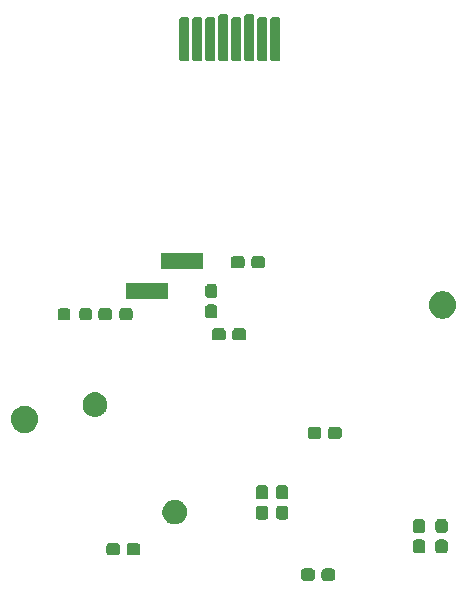
<source format=gbr>
%TF.GenerationSoftware,KiCad,Pcbnew,9.0.2*%
%TF.CreationDate,2025-06-22T16:31:42+02:00*%
%TF.ProjectId,Board,426f6172-642e-46b6-9963-61645f706362,rev?*%
%TF.SameCoordinates,Original*%
%TF.FileFunction,Soldermask,Top*%
%TF.FilePolarity,Negative*%
%FSLAX46Y46*%
G04 Gerber Fmt 4.6, Leading zero omitted, Abs format (unit mm)*
G04 Created by KiCad (PCBNEW 9.0.2) date 2025-06-22 16:31:42*
%MOMM*%
%LPD*%
G01*
G04 APERTURE LIST*
G04 APERTURE END LIST*
G36*
X94253323Y-93032637D02*
G01*
X94257336Y-93034408D01*
X94261302Y-93034931D01*
X94310889Y-93058054D01*
X94349977Y-93075313D01*
X94351792Y-93077128D01*
X94352182Y-93077310D01*
X94422689Y-93147817D01*
X94422870Y-93148206D01*
X94424687Y-93150023D01*
X94441955Y-93189132D01*
X94465068Y-93238697D01*
X94465589Y-93242661D01*
X94467363Y-93246677D01*
X94475000Y-93312500D01*
X94475000Y-93787500D01*
X94467363Y-93853323D01*
X94465589Y-93857339D01*
X94465068Y-93861302D01*
X94441963Y-93910848D01*
X94424687Y-93949977D01*
X94422869Y-93951794D01*
X94422689Y-93952182D01*
X94352182Y-94022689D01*
X94351794Y-94022869D01*
X94349977Y-94024687D01*
X94310848Y-94041963D01*
X94261302Y-94065068D01*
X94257339Y-94065589D01*
X94253323Y-94067363D01*
X94187500Y-94075000D01*
X93587500Y-94075000D01*
X93521677Y-94067363D01*
X93517661Y-94065589D01*
X93513697Y-94065068D01*
X93464132Y-94041955D01*
X93425023Y-94024687D01*
X93423206Y-94022870D01*
X93422817Y-94022689D01*
X93352310Y-93952182D01*
X93352128Y-93951792D01*
X93350313Y-93949977D01*
X93333054Y-93910889D01*
X93309931Y-93861302D01*
X93309408Y-93857336D01*
X93307637Y-93853323D01*
X93300000Y-93787500D01*
X93300000Y-93312500D01*
X93307637Y-93246677D01*
X93309408Y-93242664D01*
X93309931Y-93238697D01*
X93333062Y-93189091D01*
X93350313Y-93150023D01*
X93352127Y-93148208D01*
X93352310Y-93147817D01*
X93422817Y-93077310D01*
X93423208Y-93077127D01*
X93425023Y-93075313D01*
X93464091Y-93058062D01*
X93513697Y-93034931D01*
X93517664Y-93034408D01*
X93521677Y-93032637D01*
X93587500Y-93025000D01*
X94187500Y-93025000D01*
X94253323Y-93032637D01*
G37*
G36*
X95978323Y-93032637D02*
G01*
X95982336Y-93034408D01*
X95986302Y-93034931D01*
X96035889Y-93058054D01*
X96074977Y-93075313D01*
X96076792Y-93077128D01*
X96077182Y-93077310D01*
X96147689Y-93147817D01*
X96147870Y-93148206D01*
X96149687Y-93150023D01*
X96166955Y-93189132D01*
X96190068Y-93238697D01*
X96190589Y-93242661D01*
X96192363Y-93246677D01*
X96200000Y-93312500D01*
X96200000Y-93787500D01*
X96192363Y-93853323D01*
X96190589Y-93857339D01*
X96190068Y-93861302D01*
X96166963Y-93910848D01*
X96149687Y-93949977D01*
X96147869Y-93951794D01*
X96147689Y-93952182D01*
X96077182Y-94022689D01*
X96076794Y-94022869D01*
X96074977Y-94024687D01*
X96035848Y-94041963D01*
X95986302Y-94065068D01*
X95982339Y-94065589D01*
X95978323Y-94067363D01*
X95912500Y-94075000D01*
X95312500Y-94075000D01*
X95246677Y-94067363D01*
X95242661Y-94065589D01*
X95238697Y-94065068D01*
X95189132Y-94041955D01*
X95150023Y-94024687D01*
X95148206Y-94022870D01*
X95147817Y-94022689D01*
X95077310Y-93952182D01*
X95077128Y-93951792D01*
X95075313Y-93949977D01*
X95058054Y-93910889D01*
X95034931Y-93861302D01*
X95034408Y-93857336D01*
X95032637Y-93853323D01*
X95025000Y-93787500D01*
X95025000Y-93312500D01*
X95032637Y-93246677D01*
X95034408Y-93242664D01*
X95034931Y-93238697D01*
X95058062Y-93189091D01*
X95075313Y-93150023D01*
X95077127Y-93148208D01*
X95077310Y-93147817D01*
X95147817Y-93077310D01*
X95148208Y-93077127D01*
X95150023Y-93075313D01*
X95189091Y-93058062D01*
X95238697Y-93034931D01*
X95242664Y-93034408D01*
X95246677Y-93032637D01*
X95312500Y-93025000D01*
X95912500Y-93025000D01*
X95978323Y-93032637D01*
G37*
G36*
X77753323Y-90882637D02*
G01*
X77757336Y-90884408D01*
X77761302Y-90884931D01*
X77810889Y-90908054D01*
X77849977Y-90925313D01*
X77851792Y-90927128D01*
X77852182Y-90927310D01*
X77922689Y-90997817D01*
X77922870Y-90998206D01*
X77924687Y-91000023D01*
X77941955Y-91039132D01*
X77965068Y-91088697D01*
X77965589Y-91092661D01*
X77967363Y-91096677D01*
X77975000Y-91162500D01*
X77975000Y-91637500D01*
X77967363Y-91703323D01*
X77965589Y-91707339D01*
X77965068Y-91711302D01*
X77941963Y-91760848D01*
X77924687Y-91799977D01*
X77922869Y-91801794D01*
X77922689Y-91802182D01*
X77852182Y-91872689D01*
X77851794Y-91872869D01*
X77849977Y-91874687D01*
X77810848Y-91891963D01*
X77761302Y-91915068D01*
X77757339Y-91915589D01*
X77753323Y-91917363D01*
X77687500Y-91925000D01*
X77087500Y-91925000D01*
X77021677Y-91917363D01*
X77017661Y-91915589D01*
X77013697Y-91915068D01*
X76964132Y-91891955D01*
X76925023Y-91874687D01*
X76923206Y-91872870D01*
X76922817Y-91872689D01*
X76852310Y-91802182D01*
X76852128Y-91801792D01*
X76850313Y-91799977D01*
X76833054Y-91760889D01*
X76809931Y-91711302D01*
X76809408Y-91707336D01*
X76807637Y-91703323D01*
X76800000Y-91637500D01*
X76800000Y-91162500D01*
X76807637Y-91096677D01*
X76809408Y-91092664D01*
X76809931Y-91088697D01*
X76833062Y-91039091D01*
X76850313Y-91000023D01*
X76852127Y-90998208D01*
X76852310Y-90997817D01*
X76922817Y-90927310D01*
X76923208Y-90927127D01*
X76925023Y-90925313D01*
X76964091Y-90908062D01*
X77013697Y-90884931D01*
X77017664Y-90884408D01*
X77021677Y-90882637D01*
X77087500Y-90875000D01*
X77687500Y-90875000D01*
X77753323Y-90882637D01*
G37*
G36*
X79478323Y-90882637D02*
G01*
X79482336Y-90884408D01*
X79486302Y-90884931D01*
X79535889Y-90908054D01*
X79574977Y-90925313D01*
X79576792Y-90927128D01*
X79577182Y-90927310D01*
X79647689Y-90997817D01*
X79647870Y-90998206D01*
X79649687Y-91000023D01*
X79666955Y-91039132D01*
X79690068Y-91088697D01*
X79690589Y-91092661D01*
X79692363Y-91096677D01*
X79700000Y-91162500D01*
X79700000Y-91637500D01*
X79692363Y-91703323D01*
X79690589Y-91707339D01*
X79690068Y-91711302D01*
X79666963Y-91760848D01*
X79649687Y-91799977D01*
X79647869Y-91801794D01*
X79647689Y-91802182D01*
X79577182Y-91872689D01*
X79576794Y-91872869D01*
X79574977Y-91874687D01*
X79535848Y-91891963D01*
X79486302Y-91915068D01*
X79482339Y-91915589D01*
X79478323Y-91917363D01*
X79412500Y-91925000D01*
X78812500Y-91925000D01*
X78746677Y-91917363D01*
X78742661Y-91915589D01*
X78738697Y-91915068D01*
X78689132Y-91891955D01*
X78650023Y-91874687D01*
X78648206Y-91872870D01*
X78647817Y-91872689D01*
X78577310Y-91802182D01*
X78577128Y-91801792D01*
X78575313Y-91799977D01*
X78558054Y-91760889D01*
X78534931Y-91711302D01*
X78534408Y-91707336D01*
X78532637Y-91703323D01*
X78525000Y-91637500D01*
X78525000Y-91162500D01*
X78532637Y-91096677D01*
X78534408Y-91092664D01*
X78534931Y-91088697D01*
X78558062Y-91039091D01*
X78575313Y-91000023D01*
X78577127Y-90998208D01*
X78577310Y-90997817D01*
X78647817Y-90927310D01*
X78648208Y-90927127D01*
X78650023Y-90925313D01*
X78689091Y-90908062D01*
X78738697Y-90884931D01*
X78742664Y-90884408D01*
X78746677Y-90882637D01*
X78812500Y-90875000D01*
X79412500Y-90875000D01*
X79478323Y-90882637D01*
G37*
G36*
X103603323Y-90582662D02*
G01*
X103607336Y-90584433D01*
X103611302Y-90584956D01*
X103660889Y-90608079D01*
X103699977Y-90625338D01*
X103701792Y-90627153D01*
X103702182Y-90627335D01*
X103772689Y-90697842D01*
X103772870Y-90698231D01*
X103774687Y-90700048D01*
X103791955Y-90739157D01*
X103815068Y-90788722D01*
X103815589Y-90792686D01*
X103817363Y-90796702D01*
X103825000Y-90862525D01*
X103825000Y-91462525D01*
X103817363Y-91528348D01*
X103815589Y-91532364D01*
X103815068Y-91536327D01*
X103791963Y-91585873D01*
X103774687Y-91625002D01*
X103772869Y-91626819D01*
X103772689Y-91627207D01*
X103702182Y-91697714D01*
X103701794Y-91697894D01*
X103699977Y-91699712D01*
X103660848Y-91716988D01*
X103611302Y-91740093D01*
X103607339Y-91740614D01*
X103603323Y-91742388D01*
X103537500Y-91750025D01*
X103062500Y-91750025D01*
X102996677Y-91742388D01*
X102992661Y-91740614D01*
X102988697Y-91740093D01*
X102939132Y-91716980D01*
X102900023Y-91699712D01*
X102898206Y-91697895D01*
X102897817Y-91697714D01*
X102827310Y-91627207D01*
X102827128Y-91626817D01*
X102825313Y-91625002D01*
X102808054Y-91585914D01*
X102784931Y-91536327D01*
X102784408Y-91532361D01*
X102782637Y-91528348D01*
X102775000Y-91462525D01*
X102775000Y-90862525D01*
X102782637Y-90796702D01*
X102784408Y-90792689D01*
X102784931Y-90788722D01*
X102808062Y-90739116D01*
X102825313Y-90700048D01*
X102827127Y-90698233D01*
X102827310Y-90697842D01*
X102897817Y-90627335D01*
X102898208Y-90627152D01*
X102900023Y-90625338D01*
X102939091Y-90608087D01*
X102988697Y-90584956D01*
X102992664Y-90584433D01*
X102996677Y-90582662D01*
X103062500Y-90575025D01*
X103537500Y-90575025D01*
X103603323Y-90582662D01*
G37*
G36*
X105503323Y-90582662D02*
G01*
X105507336Y-90584433D01*
X105511302Y-90584956D01*
X105560889Y-90608079D01*
X105599977Y-90625338D01*
X105601792Y-90627153D01*
X105602182Y-90627335D01*
X105672689Y-90697842D01*
X105672870Y-90698231D01*
X105674687Y-90700048D01*
X105691955Y-90739157D01*
X105715068Y-90788722D01*
X105715589Y-90792686D01*
X105717363Y-90796702D01*
X105725000Y-90862525D01*
X105725000Y-91462525D01*
X105717363Y-91528348D01*
X105715589Y-91532364D01*
X105715068Y-91536327D01*
X105691963Y-91585873D01*
X105674687Y-91625002D01*
X105672869Y-91626819D01*
X105672689Y-91627207D01*
X105602182Y-91697714D01*
X105601794Y-91697894D01*
X105599977Y-91699712D01*
X105560848Y-91716988D01*
X105511302Y-91740093D01*
X105507339Y-91740614D01*
X105503323Y-91742388D01*
X105437500Y-91750025D01*
X104962500Y-91750025D01*
X104896677Y-91742388D01*
X104892661Y-91740614D01*
X104888697Y-91740093D01*
X104839132Y-91716980D01*
X104800023Y-91699712D01*
X104798206Y-91697895D01*
X104797817Y-91697714D01*
X104727310Y-91627207D01*
X104727128Y-91626817D01*
X104725313Y-91625002D01*
X104708054Y-91585914D01*
X104684931Y-91536327D01*
X104684408Y-91532361D01*
X104682637Y-91528348D01*
X104675000Y-91462525D01*
X104675000Y-90862525D01*
X104682637Y-90796702D01*
X104684408Y-90792689D01*
X104684931Y-90788722D01*
X104708062Y-90739116D01*
X104725313Y-90700048D01*
X104727127Y-90698233D01*
X104727310Y-90697842D01*
X104797817Y-90627335D01*
X104798208Y-90627152D01*
X104800023Y-90625338D01*
X104839091Y-90608087D01*
X104888697Y-90584956D01*
X104892664Y-90584433D01*
X104896677Y-90582662D01*
X104962500Y-90575025D01*
X105437500Y-90575025D01*
X105503323Y-90582662D01*
G37*
G36*
X103603323Y-88857662D02*
G01*
X103607336Y-88859433D01*
X103611302Y-88859956D01*
X103660889Y-88883079D01*
X103699977Y-88900338D01*
X103701792Y-88902153D01*
X103702182Y-88902335D01*
X103772689Y-88972842D01*
X103772870Y-88973231D01*
X103774687Y-88975048D01*
X103791955Y-89014157D01*
X103815068Y-89063722D01*
X103815589Y-89067686D01*
X103817363Y-89071702D01*
X103825000Y-89137525D01*
X103825000Y-89737525D01*
X103817363Y-89803348D01*
X103815589Y-89807364D01*
X103815068Y-89811327D01*
X103791963Y-89860873D01*
X103774687Y-89900002D01*
X103772869Y-89901819D01*
X103772689Y-89902207D01*
X103702182Y-89972714D01*
X103701794Y-89972894D01*
X103699977Y-89974712D01*
X103660848Y-89991988D01*
X103611302Y-90015093D01*
X103607339Y-90015614D01*
X103603323Y-90017388D01*
X103537500Y-90025025D01*
X103062500Y-90025025D01*
X102996677Y-90017388D01*
X102992661Y-90015614D01*
X102988697Y-90015093D01*
X102939132Y-89991980D01*
X102900023Y-89974712D01*
X102898206Y-89972895D01*
X102897817Y-89972714D01*
X102827310Y-89902207D01*
X102827128Y-89901817D01*
X102825313Y-89900002D01*
X102808054Y-89860914D01*
X102784931Y-89811327D01*
X102784408Y-89807361D01*
X102782637Y-89803348D01*
X102775000Y-89737525D01*
X102775000Y-89137525D01*
X102782637Y-89071702D01*
X102784408Y-89067689D01*
X102784931Y-89063722D01*
X102808062Y-89014116D01*
X102825313Y-88975048D01*
X102827127Y-88973233D01*
X102827310Y-88972842D01*
X102897817Y-88902335D01*
X102898208Y-88902152D01*
X102900023Y-88900338D01*
X102939091Y-88883087D01*
X102988697Y-88859956D01*
X102992664Y-88859433D01*
X102996677Y-88857662D01*
X103062500Y-88850025D01*
X103537500Y-88850025D01*
X103603323Y-88857662D01*
G37*
G36*
X105503323Y-88857662D02*
G01*
X105507336Y-88859433D01*
X105511302Y-88859956D01*
X105560889Y-88883079D01*
X105599977Y-88900338D01*
X105601792Y-88902153D01*
X105602182Y-88902335D01*
X105672689Y-88972842D01*
X105672870Y-88973231D01*
X105674687Y-88975048D01*
X105691955Y-89014157D01*
X105715068Y-89063722D01*
X105715589Y-89067686D01*
X105717363Y-89071702D01*
X105725000Y-89137525D01*
X105725000Y-89737525D01*
X105717363Y-89803348D01*
X105715589Y-89807364D01*
X105715068Y-89811327D01*
X105691963Y-89860873D01*
X105674687Y-89900002D01*
X105672869Y-89901819D01*
X105672689Y-89902207D01*
X105602182Y-89972714D01*
X105601794Y-89972894D01*
X105599977Y-89974712D01*
X105560848Y-89991988D01*
X105511302Y-90015093D01*
X105507339Y-90015614D01*
X105503323Y-90017388D01*
X105437500Y-90025025D01*
X104962500Y-90025025D01*
X104896677Y-90017388D01*
X104892661Y-90015614D01*
X104888697Y-90015093D01*
X104839132Y-89991980D01*
X104800023Y-89974712D01*
X104798206Y-89972895D01*
X104797817Y-89972714D01*
X104727310Y-89902207D01*
X104727128Y-89901817D01*
X104725313Y-89900002D01*
X104708054Y-89860914D01*
X104684931Y-89811327D01*
X104684408Y-89807361D01*
X104682637Y-89803348D01*
X104675000Y-89737525D01*
X104675000Y-89137525D01*
X104682637Y-89071702D01*
X104684408Y-89067689D01*
X104684931Y-89063722D01*
X104708062Y-89014116D01*
X104725313Y-88975048D01*
X104727127Y-88973233D01*
X104727310Y-88972842D01*
X104797817Y-88902335D01*
X104798208Y-88902152D01*
X104800023Y-88900338D01*
X104839091Y-88883087D01*
X104888697Y-88859956D01*
X104892664Y-88859433D01*
X104896677Y-88857662D01*
X104962500Y-88850025D01*
X105437500Y-88850025D01*
X105503323Y-88857662D01*
G37*
G36*
X82693376Y-87205056D02*
G01*
X82702918Y-87205056D01*
X82740198Y-87212471D01*
X82845102Y-87229086D01*
X82878849Y-87240051D01*
X82904799Y-87245213D01*
X82941416Y-87260380D01*
X83001787Y-87279996D01*
X83058341Y-87308812D01*
X83094967Y-87323983D01*
X83116972Y-87338686D01*
X83148579Y-87354791D01*
X83234496Y-87417213D01*
X83266113Y-87438339D01*
X83272860Y-87445086D01*
X83281871Y-87451633D01*
X83398366Y-87568128D01*
X83404912Y-87577138D01*
X83411661Y-87583887D01*
X83432789Y-87615507D01*
X83495208Y-87701420D01*
X83511311Y-87733024D01*
X83526017Y-87755033D01*
X83541189Y-87791663D01*
X83570003Y-87848212D01*
X83589616Y-87908575D01*
X83604787Y-87945201D01*
X83609949Y-87971155D01*
X83620913Y-88004897D01*
X83637526Y-88109793D01*
X83644944Y-88147082D01*
X83644944Y-88156624D01*
X83646686Y-88167623D01*
X83646686Y-88332376D01*
X83644944Y-88343374D01*
X83644944Y-88352918D01*
X83637526Y-88390210D01*
X83620913Y-88495102D01*
X83609950Y-88528842D01*
X83604787Y-88554799D01*
X83589614Y-88591427D01*
X83570003Y-88651787D01*
X83541192Y-88708331D01*
X83526017Y-88744967D01*
X83511309Y-88766978D01*
X83495208Y-88798579D01*
X83432797Y-88884479D01*
X83411661Y-88916113D01*
X83404909Y-88922864D01*
X83398366Y-88931871D01*
X83281871Y-89048366D01*
X83272864Y-89054909D01*
X83266113Y-89061661D01*
X83234479Y-89082797D01*
X83148579Y-89145208D01*
X83116978Y-89161309D01*
X83094967Y-89176017D01*
X83058331Y-89191192D01*
X83001787Y-89220003D01*
X82941427Y-89239614D01*
X82904799Y-89254787D01*
X82878842Y-89259950D01*
X82845102Y-89270913D01*
X82740207Y-89287526D01*
X82702918Y-89294944D01*
X82693376Y-89294944D01*
X82682377Y-89296686D01*
X82517623Y-89296686D01*
X82506624Y-89294944D01*
X82497082Y-89294944D01*
X82459793Y-89287526D01*
X82354897Y-89270913D01*
X82321155Y-89259949D01*
X82295201Y-89254787D01*
X82258575Y-89239616D01*
X82198212Y-89220003D01*
X82141663Y-89191189D01*
X82105033Y-89176017D01*
X82083024Y-89161311D01*
X82051420Y-89145208D01*
X81965507Y-89082789D01*
X81933887Y-89061661D01*
X81927138Y-89054912D01*
X81918128Y-89048366D01*
X81801633Y-88931871D01*
X81795086Y-88922860D01*
X81788339Y-88916113D01*
X81767213Y-88884496D01*
X81704791Y-88798579D01*
X81688686Y-88766972D01*
X81673983Y-88744967D01*
X81658812Y-88708341D01*
X81629996Y-88651787D01*
X81610380Y-88591416D01*
X81595213Y-88554799D01*
X81590051Y-88528849D01*
X81579086Y-88495102D01*
X81562472Y-88390201D01*
X81555056Y-88352918D01*
X81555056Y-88343375D01*
X81553314Y-88332376D01*
X81553314Y-88167623D01*
X81555056Y-88156623D01*
X81555056Y-88147082D01*
X81562471Y-88109802D01*
X81579086Y-88004897D01*
X81590051Y-87971147D01*
X81595213Y-87945201D01*
X81610379Y-87908586D01*
X81629996Y-87848212D01*
X81658814Y-87791653D01*
X81673983Y-87755033D01*
X81688684Y-87733031D01*
X81704791Y-87701420D01*
X81767222Y-87615490D01*
X81788339Y-87583887D01*
X81795083Y-87577142D01*
X81801633Y-87568128D01*
X81918128Y-87451633D01*
X81927142Y-87445083D01*
X81933887Y-87438339D01*
X81965490Y-87417222D01*
X82051420Y-87354791D01*
X82083031Y-87338684D01*
X82105033Y-87323983D01*
X82141653Y-87308814D01*
X82198212Y-87279996D01*
X82258586Y-87260379D01*
X82295201Y-87245213D01*
X82321147Y-87240051D01*
X82354897Y-87229086D01*
X82459802Y-87212471D01*
X82497082Y-87205056D01*
X82506624Y-87205056D01*
X82517623Y-87203314D01*
X82682377Y-87203314D01*
X82693376Y-87205056D01*
G37*
G36*
X90303323Y-87722662D02*
G01*
X90307336Y-87724433D01*
X90311302Y-87724956D01*
X90360889Y-87748079D01*
X90399977Y-87765338D01*
X90401792Y-87767153D01*
X90402182Y-87767335D01*
X90472689Y-87837842D01*
X90472870Y-87838231D01*
X90474687Y-87840048D01*
X90491955Y-87879157D01*
X90515068Y-87928722D01*
X90515589Y-87932686D01*
X90517363Y-87936702D01*
X90525000Y-88002525D01*
X90525000Y-88602525D01*
X90517363Y-88668348D01*
X90515589Y-88672364D01*
X90515068Y-88676327D01*
X90491963Y-88725873D01*
X90474687Y-88765002D01*
X90472869Y-88766819D01*
X90472689Y-88767207D01*
X90402182Y-88837714D01*
X90401794Y-88837894D01*
X90399977Y-88839712D01*
X90360848Y-88856988D01*
X90311302Y-88880093D01*
X90307339Y-88880614D01*
X90303323Y-88882388D01*
X90237500Y-88890025D01*
X89762500Y-88890025D01*
X89696677Y-88882388D01*
X89692661Y-88880614D01*
X89688697Y-88880093D01*
X89639132Y-88856980D01*
X89600023Y-88839712D01*
X89598206Y-88837895D01*
X89597817Y-88837714D01*
X89527310Y-88767207D01*
X89527128Y-88766817D01*
X89525313Y-88765002D01*
X89508054Y-88725914D01*
X89484931Y-88676327D01*
X89484408Y-88672361D01*
X89482637Y-88668348D01*
X89475000Y-88602525D01*
X89475000Y-88002525D01*
X89482637Y-87936702D01*
X89484408Y-87932689D01*
X89484931Y-87928722D01*
X89508062Y-87879116D01*
X89525313Y-87840048D01*
X89527127Y-87838233D01*
X89527310Y-87837842D01*
X89597817Y-87767335D01*
X89598208Y-87767152D01*
X89600023Y-87765338D01*
X89639091Y-87748087D01*
X89688697Y-87724956D01*
X89692664Y-87724433D01*
X89696677Y-87722662D01*
X89762500Y-87715025D01*
X90237500Y-87715025D01*
X90303323Y-87722662D01*
G37*
G36*
X92003323Y-87722662D02*
G01*
X92007336Y-87724433D01*
X92011302Y-87724956D01*
X92060889Y-87748079D01*
X92099977Y-87765338D01*
X92101792Y-87767153D01*
X92102182Y-87767335D01*
X92172689Y-87837842D01*
X92172870Y-87838231D01*
X92174687Y-87840048D01*
X92191955Y-87879157D01*
X92215068Y-87928722D01*
X92215589Y-87932686D01*
X92217363Y-87936702D01*
X92225000Y-88002525D01*
X92225000Y-88602525D01*
X92217363Y-88668348D01*
X92215589Y-88672364D01*
X92215068Y-88676327D01*
X92191963Y-88725873D01*
X92174687Y-88765002D01*
X92172869Y-88766819D01*
X92172689Y-88767207D01*
X92102182Y-88837714D01*
X92101794Y-88837894D01*
X92099977Y-88839712D01*
X92060848Y-88856988D01*
X92011302Y-88880093D01*
X92007339Y-88880614D01*
X92003323Y-88882388D01*
X91937500Y-88890025D01*
X91462500Y-88890025D01*
X91396677Y-88882388D01*
X91392661Y-88880614D01*
X91388697Y-88880093D01*
X91339132Y-88856980D01*
X91300023Y-88839712D01*
X91298206Y-88837895D01*
X91297817Y-88837714D01*
X91227310Y-88767207D01*
X91227128Y-88766817D01*
X91225313Y-88765002D01*
X91208054Y-88725914D01*
X91184931Y-88676327D01*
X91184408Y-88672361D01*
X91182637Y-88668348D01*
X91175000Y-88602525D01*
X91175000Y-88002525D01*
X91182637Y-87936702D01*
X91184408Y-87932689D01*
X91184931Y-87928722D01*
X91208062Y-87879116D01*
X91225313Y-87840048D01*
X91227127Y-87838233D01*
X91227310Y-87837842D01*
X91297817Y-87767335D01*
X91298208Y-87767152D01*
X91300023Y-87765338D01*
X91339091Y-87748087D01*
X91388697Y-87724956D01*
X91392664Y-87724433D01*
X91396677Y-87722662D01*
X91462500Y-87715025D01*
X91937500Y-87715025D01*
X92003323Y-87722662D01*
G37*
G36*
X90303323Y-85997662D02*
G01*
X90307336Y-85999433D01*
X90311302Y-85999956D01*
X90360889Y-86023079D01*
X90399977Y-86040338D01*
X90401792Y-86042153D01*
X90402182Y-86042335D01*
X90472689Y-86112842D01*
X90472870Y-86113231D01*
X90474687Y-86115048D01*
X90491955Y-86154157D01*
X90515068Y-86203722D01*
X90515589Y-86207686D01*
X90517363Y-86211702D01*
X90525000Y-86277525D01*
X90525000Y-86877525D01*
X90517363Y-86943348D01*
X90515589Y-86947364D01*
X90515068Y-86951327D01*
X90491963Y-87000873D01*
X90474687Y-87040002D01*
X90472869Y-87041819D01*
X90472689Y-87042207D01*
X90402182Y-87112714D01*
X90401794Y-87112894D01*
X90399977Y-87114712D01*
X90360848Y-87131988D01*
X90311302Y-87155093D01*
X90307339Y-87155614D01*
X90303323Y-87157388D01*
X90237500Y-87165025D01*
X89762500Y-87165025D01*
X89696677Y-87157388D01*
X89692661Y-87155614D01*
X89688697Y-87155093D01*
X89639132Y-87131980D01*
X89600023Y-87114712D01*
X89598206Y-87112895D01*
X89597817Y-87112714D01*
X89527310Y-87042207D01*
X89527128Y-87041817D01*
X89525313Y-87040002D01*
X89508054Y-87000914D01*
X89484931Y-86951327D01*
X89484408Y-86947361D01*
X89482637Y-86943348D01*
X89475000Y-86877525D01*
X89475000Y-86277525D01*
X89482637Y-86211702D01*
X89484408Y-86207689D01*
X89484931Y-86203722D01*
X89508062Y-86154116D01*
X89525313Y-86115048D01*
X89527127Y-86113233D01*
X89527310Y-86112842D01*
X89597817Y-86042335D01*
X89598208Y-86042152D01*
X89600023Y-86040338D01*
X89639091Y-86023087D01*
X89688697Y-85999956D01*
X89692664Y-85999433D01*
X89696677Y-85997662D01*
X89762500Y-85990025D01*
X90237500Y-85990025D01*
X90303323Y-85997662D01*
G37*
G36*
X92003323Y-85997662D02*
G01*
X92007336Y-85999433D01*
X92011302Y-85999956D01*
X92060889Y-86023079D01*
X92099977Y-86040338D01*
X92101792Y-86042153D01*
X92102182Y-86042335D01*
X92172689Y-86112842D01*
X92172870Y-86113231D01*
X92174687Y-86115048D01*
X92191955Y-86154157D01*
X92215068Y-86203722D01*
X92215589Y-86207686D01*
X92217363Y-86211702D01*
X92225000Y-86277525D01*
X92225000Y-86877525D01*
X92217363Y-86943348D01*
X92215589Y-86947364D01*
X92215068Y-86951327D01*
X92191963Y-87000873D01*
X92174687Y-87040002D01*
X92172869Y-87041819D01*
X92172689Y-87042207D01*
X92102182Y-87112714D01*
X92101794Y-87112894D01*
X92099977Y-87114712D01*
X92060848Y-87131988D01*
X92011302Y-87155093D01*
X92007339Y-87155614D01*
X92003323Y-87157388D01*
X91937500Y-87165025D01*
X91462500Y-87165025D01*
X91396677Y-87157388D01*
X91392661Y-87155614D01*
X91388697Y-87155093D01*
X91339132Y-87131980D01*
X91300023Y-87114712D01*
X91298206Y-87112895D01*
X91297817Y-87112714D01*
X91227310Y-87042207D01*
X91227128Y-87041817D01*
X91225313Y-87040002D01*
X91208054Y-87000914D01*
X91184931Y-86951327D01*
X91184408Y-86947361D01*
X91182637Y-86943348D01*
X91175000Y-86877525D01*
X91175000Y-86277525D01*
X91182637Y-86211702D01*
X91184408Y-86207689D01*
X91184931Y-86203722D01*
X91208062Y-86154116D01*
X91225313Y-86115048D01*
X91227127Y-86113233D01*
X91227310Y-86112842D01*
X91297817Y-86042335D01*
X91298208Y-86042152D01*
X91300023Y-86040338D01*
X91339091Y-86023087D01*
X91388697Y-85999956D01*
X91392664Y-85999433D01*
X91396677Y-85997662D01*
X91462500Y-85990025D01*
X91937500Y-85990025D01*
X92003323Y-85997662D01*
G37*
G36*
X94803323Y-81032637D02*
G01*
X94807336Y-81034408D01*
X94811302Y-81034931D01*
X94860889Y-81058054D01*
X94899977Y-81075313D01*
X94901792Y-81077128D01*
X94902182Y-81077310D01*
X94972689Y-81147817D01*
X94972870Y-81148206D01*
X94974687Y-81150023D01*
X94991955Y-81189132D01*
X95015068Y-81238697D01*
X95015589Y-81242661D01*
X95017363Y-81246677D01*
X95025000Y-81312500D01*
X95025000Y-81787500D01*
X95017363Y-81853323D01*
X95015589Y-81857339D01*
X95015068Y-81861302D01*
X94991963Y-81910848D01*
X94974687Y-81949977D01*
X94972869Y-81951794D01*
X94972689Y-81952182D01*
X94902182Y-82022689D01*
X94901794Y-82022869D01*
X94899977Y-82024687D01*
X94860848Y-82041963D01*
X94811302Y-82065068D01*
X94807339Y-82065589D01*
X94803323Y-82067363D01*
X94737500Y-82075000D01*
X94137500Y-82075000D01*
X94071677Y-82067363D01*
X94067661Y-82065589D01*
X94063697Y-82065068D01*
X94014132Y-82041955D01*
X93975023Y-82024687D01*
X93973206Y-82022870D01*
X93972817Y-82022689D01*
X93902310Y-81952182D01*
X93902128Y-81951792D01*
X93900313Y-81949977D01*
X93883054Y-81910889D01*
X93859931Y-81861302D01*
X93859408Y-81857336D01*
X93857637Y-81853323D01*
X93850000Y-81787500D01*
X93850000Y-81312500D01*
X93857637Y-81246677D01*
X93859408Y-81242664D01*
X93859931Y-81238697D01*
X93883062Y-81189091D01*
X93900313Y-81150023D01*
X93902127Y-81148208D01*
X93902310Y-81147817D01*
X93972817Y-81077310D01*
X93973208Y-81077127D01*
X93975023Y-81075313D01*
X94014091Y-81058062D01*
X94063697Y-81034931D01*
X94067664Y-81034408D01*
X94071677Y-81032637D01*
X94137500Y-81025000D01*
X94737500Y-81025000D01*
X94803323Y-81032637D01*
G37*
G36*
X96528323Y-81032637D02*
G01*
X96532336Y-81034408D01*
X96536302Y-81034931D01*
X96585889Y-81058054D01*
X96624977Y-81075313D01*
X96626792Y-81077128D01*
X96627182Y-81077310D01*
X96697689Y-81147817D01*
X96697870Y-81148206D01*
X96699687Y-81150023D01*
X96716955Y-81189132D01*
X96740068Y-81238697D01*
X96740589Y-81242661D01*
X96742363Y-81246677D01*
X96750000Y-81312500D01*
X96750000Y-81787500D01*
X96742363Y-81853323D01*
X96740589Y-81857339D01*
X96740068Y-81861302D01*
X96716963Y-81910848D01*
X96699687Y-81949977D01*
X96697869Y-81951794D01*
X96697689Y-81952182D01*
X96627182Y-82022689D01*
X96626794Y-82022869D01*
X96624977Y-82024687D01*
X96585848Y-82041963D01*
X96536302Y-82065068D01*
X96532339Y-82065589D01*
X96528323Y-82067363D01*
X96462500Y-82075000D01*
X95862500Y-82075000D01*
X95796677Y-82067363D01*
X95792661Y-82065589D01*
X95788697Y-82065068D01*
X95739132Y-82041955D01*
X95700023Y-82024687D01*
X95698206Y-82022870D01*
X95697817Y-82022689D01*
X95627310Y-81952182D01*
X95627128Y-81951792D01*
X95625313Y-81949977D01*
X95608054Y-81910889D01*
X95584931Y-81861302D01*
X95584408Y-81857336D01*
X95582637Y-81853323D01*
X95575000Y-81787500D01*
X95575000Y-81312500D01*
X95582637Y-81246677D01*
X95584408Y-81242664D01*
X95584931Y-81238697D01*
X95608062Y-81189091D01*
X95625313Y-81150023D01*
X95627127Y-81148208D01*
X95627310Y-81147817D01*
X95697817Y-81077310D01*
X95698208Y-81077127D01*
X95700023Y-81075313D01*
X95739091Y-81058062D01*
X95788697Y-81034931D01*
X95792664Y-81034408D01*
X95796677Y-81032637D01*
X95862500Y-81025000D01*
X96462500Y-81025000D01*
X96528323Y-81032637D01*
G37*
G36*
X70168462Y-79281775D02*
G01*
X70340086Y-79337539D01*
X70500873Y-79419464D01*
X70646865Y-79525533D01*
X70774467Y-79653135D01*
X70880536Y-79799127D01*
X70962461Y-79959914D01*
X71018225Y-80131538D01*
X71046455Y-80309772D01*
X71046455Y-80490228D01*
X71018225Y-80668462D01*
X70962461Y-80840086D01*
X70880536Y-81000873D01*
X70774467Y-81146865D01*
X70646865Y-81274467D01*
X70500873Y-81380536D01*
X70340086Y-81462461D01*
X70168462Y-81518225D01*
X69990228Y-81546455D01*
X69809772Y-81546455D01*
X69631538Y-81518225D01*
X69459914Y-81462461D01*
X69299127Y-81380536D01*
X69153135Y-81274467D01*
X69025533Y-81146865D01*
X68919464Y-81000873D01*
X68837539Y-80840086D01*
X68781775Y-80668462D01*
X68753545Y-80490228D01*
X68753545Y-80309772D01*
X68781775Y-80131538D01*
X68837539Y-79959914D01*
X68919464Y-79799127D01*
X69025533Y-79653135D01*
X69153135Y-79525533D01*
X69299127Y-79419464D01*
X69459914Y-79337539D01*
X69631538Y-79281775D01*
X69809772Y-79253545D01*
X69990228Y-79253545D01*
X70168462Y-79281775D01*
G37*
G36*
X75943376Y-78105056D02*
G01*
X75952918Y-78105056D01*
X75990198Y-78112471D01*
X76095102Y-78129086D01*
X76128849Y-78140051D01*
X76154799Y-78145213D01*
X76191416Y-78160380D01*
X76251787Y-78179996D01*
X76308341Y-78208812D01*
X76344967Y-78223983D01*
X76366972Y-78238686D01*
X76398579Y-78254791D01*
X76484496Y-78317213D01*
X76516113Y-78338339D01*
X76522860Y-78345086D01*
X76531871Y-78351633D01*
X76648366Y-78468128D01*
X76654912Y-78477138D01*
X76661661Y-78483887D01*
X76682789Y-78515507D01*
X76745208Y-78601420D01*
X76761311Y-78633024D01*
X76776017Y-78655033D01*
X76791189Y-78691663D01*
X76820003Y-78748212D01*
X76839616Y-78808575D01*
X76854787Y-78845201D01*
X76859949Y-78871155D01*
X76870913Y-78904897D01*
X76887526Y-79009793D01*
X76894944Y-79047082D01*
X76894944Y-79056624D01*
X76896686Y-79067623D01*
X76896686Y-79232376D01*
X76894944Y-79243374D01*
X76894944Y-79252918D01*
X76887526Y-79290210D01*
X76870913Y-79395102D01*
X76859950Y-79428842D01*
X76854787Y-79454799D01*
X76839614Y-79491427D01*
X76820003Y-79551787D01*
X76791192Y-79608331D01*
X76776017Y-79644967D01*
X76761309Y-79666978D01*
X76745208Y-79698579D01*
X76682797Y-79784479D01*
X76661661Y-79816113D01*
X76654909Y-79822864D01*
X76648366Y-79831871D01*
X76531871Y-79948366D01*
X76522864Y-79954909D01*
X76516113Y-79961661D01*
X76484479Y-79982797D01*
X76398579Y-80045208D01*
X76366978Y-80061309D01*
X76344967Y-80076017D01*
X76308331Y-80091192D01*
X76251787Y-80120003D01*
X76191427Y-80139614D01*
X76154799Y-80154787D01*
X76128842Y-80159950D01*
X76095102Y-80170913D01*
X75990207Y-80187526D01*
X75952918Y-80194944D01*
X75943376Y-80194944D01*
X75932377Y-80196686D01*
X75767623Y-80196686D01*
X75756624Y-80194944D01*
X75747082Y-80194944D01*
X75709793Y-80187526D01*
X75604897Y-80170913D01*
X75571155Y-80159949D01*
X75545201Y-80154787D01*
X75508575Y-80139616D01*
X75448212Y-80120003D01*
X75391663Y-80091189D01*
X75355033Y-80076017D01*
X75333024Y-80061311D01*
X75301420Y-80045208D01*
X75215507Y-79982789D01*
X75183887Y-79961661D01*
X75177138Y-79954912D01*
X75168128Y-79948366D01*
X75051633Y-79831871D01*
X75045086Y-79822860D01*
X75038339Y-79816113D01*
X75017213Y-79784496D01*
X74954791Y-79698579D01*
X74938686Y-79666972D01*
X74923983Y-79644967D01*
X74908812Y-79608341D01*
X74879996Y-79551787D01*
X74860380Y-79491416D01*
X74845213Y-79454799D01*
X74840051Y-79428849D01*
X74829086Y-79395102D01*
X74812472Y-79290201D01*
X74805056Y-79252918D01*
X74805056Y-79243375D01*
X74803314Y-79232376D01*
X74803314Y-79067623D01*
X74805056Y-79056623D01*
X74805056Y-79047082D01*
X74812471Y-79009802D01*
X74829086Y-78904897D01*
X74840051Y-78871147D01*
X74845213Y-78845201D01*
X74860379Y-78808586D01*
X74879996Y-78748212D01*
X74908814Y-78691653D01*
X74923983Y-78655033D01*
X74938684Y-78633031D01*
X74954791Y-78601420D01*
X75017222Y-78515490D01*
X75038339Y-78483887D01*
X75045083Y-78477142D01*
X75051633Y-78468128D01*
X75168128Y-78351633D01*
X75177142Y-78345083D01*
X75183887Y-78338339D01*
X75215490Y-78317222D01*
X75301420Y-78254791D01*
X75333031Y-78238684D01*
X75355033Y-78223983D01*
X75391653Y-78208814D01*
X75448212Y-78179996D01*
X75508586Y-78160379D01*
X75545201Y-78145213D01*
X75571147Y-78140051D01*
X75604897Y-78129086D01*
X75709802Y-78112471D01*
X75747082Y-78105056D01*
X75756624Y-78105056D01*
X75767623Y-78103314D01*
X75932377Y-78103314D01*
X75943376Y-78105056D01*
G37*
G36*
X86703323Y-72682637D02*
G01*
X86707336Y-72684408D01*
X86711302Y-72684931D01*
X86760889Y-72708054D01*
X86799977Y-72725313D01*
X86801792Y-72727128D01*
X86802182Y-72727310D01*
X86872689Y-72797817D01*
X86872870Y-72798206D01*
X86874687Y-72800023D01*
X86891955Y-72839132D01*
X86915068Y-72888697D01*
X86915589Y-72892661D01*
X86917363Y-72896677D01*
X86925000Y-72962500D01*
X86925000Y-73437500D01*
X86917363Y-73503323D01*
X86915589Y-73507339D01*
X86915068Y-73511302D01*
X86891963Y-73560848D01*
X86874687Y-73599977D01*
X86872869Y-73601794D01*
X86872689Y-73602182D01*
X86802182Y-73672689D01*
X86801794Y-73672869D01*
X86799977Y-73674687D01*
X86760848Y-73691963D01*
X86711302Y-73715068D01*
X86707339Y-73715589D01*
X86703323Y-73717363D01*
X86637500Y-73725000D01*
X86037500Y-73725000D01*
X85971677Y-73717363D01*
X85967661Y-73715589D01*
X85963697Y-73715068D01*
X85914132Y-73691955D01*
X85875023Y-73674687D01*
X85873206Y-73672870D01*
X85872817Y-73672689D01*
X85802310Y-73602182D01*
X85802128Y-73601792D01*
X85800313Y-73599977D01*
X85783054Y-73560889D01*
X85759931Y-73511302D01*
X85759408Y-73507336D01*
X85757637Y-73503323D01*
X85750000Y-73437500D01*
X85750000Y-72962500D01*
X85757637Y-72896677D01*
X85759408Y-72892664D01*
X85759931Y-72888697D01*
X85783062Y-72839091D01*
X85800313Y-72800023D01*
X85802127Y-72798208D01*
X85802310Y-72797817D01*
X85872817Y-72727310D01*
X85873208Y-72727127D01*
X85875023Y-72725313D01*
X85914091Y-72708062D01*
X85963697Y-72684931D01*
X85967664Y-72684408D01*
X85971677Y-72682637D01*
X86037500Y-72675000D01*
X86637500Y-72675000D01*
X86703323Y-72682637D01*
G37*
G36*
X88428323Y-72682637D02*
G01*
X88432336Y-72684408D01*
X88436302Y-72684931D01*
X88485889Y-72708054D01*
X88524977Y-72725313D01*
X88526792Y-72727128D01*
X88527182Y-72727310D01*
X88597689Y-72797817D01*
X88597870Y-72798206D01*
X88599687Y-72800023D01*
X88616955Y-72839132D01*
X88640068Y-72888697D01*
X88640589Y-72892661D01*
X88642363Y-72896677D01*
X88650000Y-72962500D01*
X88650000Y-73437500D01*
X88642363Y-73503323D01*
X88640589Y-73507339D01*
X88640068Y-73511302D01*
X88616963Y-73560848D01*
X88599687Y-73599977D01*
X88597869Y-73601794D01*
X88597689Y-73602182D01*
X88527182Y-73672689D01*
X88526794Y-73672869D01*
X88524977Y-73674687D01*
X88485848Y-73691963D01*
X88436302Y-73715068D01*
X88432339Y-73715589D01*
X88428323Y-73717363D01*
X88362500Y-73725000D01*
X87762500Y-73725000D01*
X87696677Y-73717363D01*
X87692661Y-73715589D01*
X87688697Y-73715068D01*
X87639132Y-73691955D01*
X87600023Y-73674687D01*
X87598206Y-73672870D01*
X87597817Y-73672689D01*
X87527310Y-73602182D01*
X87527128Y-73601792D01*
X87525313Y-73599977D01*
X87508054Y-73560889D01*
X87484931Y-73511302D01*
X87484408Y-73507336D01*
X87482637Y-73503323D01*
X87475000Y-73437500D01*
X87475000Y-72962500D01*
X87482637Y-72896677D01*
X87484408Y-72892664D01*
X87484931Y-72888697D01*
X87508062Y-72839091D01*
X87525313Y-72800023D01*
X87527127Y-72798208D01*
X87527310Y-72797817D01*
X87597817Y-72727310D01*
X87598208Y-72727127D01*
X87600023Y-72725313D01*
X87639091Y-72708062D01*
X87688697Y-72684931D01*
X87692664Y-72684408D01*
X87696677Y-72682637D01*
X87762500Y-72675000D01*
X88362500Y-72675000D01*
X88428323Y-72682637D01*
G37*
G36*
X73549957Y-70982637D02*
G01*
X73553970Y-70984408D01*
X73557936Y-70984931D01*
X73607523Y-71008054D01*
X73646611Y-71025313D01*
X73648426Y-71027128D01*
X73648816Y-71027310D01*
X73719323Y-71097817D01*
X73719504Y-71098206D01*
X73721321Y-71100023D01*
X73738589Y-71139132D01*
X73761702Y-71188697D01*
X73762223Y-71192661D01*
X73763997Y-71196677D01*
X73771634Y-71262500D01*
X73771634Y-71737500D01*
X73763997Y-71803323D01*
X73762223Y-71807339D01*
X73761702Y-71811302D01*
X73738597Y-71860848D01*
X73721321Y-71899977D01*
X73719503Y-71901794D01*
X73719323Y-71902182D01*
X73648816Y-71972689D01*
X73648428Y-71972869D01*
X73646611Y-71974687D01*
X73607482Y-71991963D01*
X73557936Y-72015068D01*
X73553973Y-72015589D01*
X73549957Y-72017363D01*
X73484134Y-72025000D01*
X72984134Y-72025000D01*
X72918311Y-72017363D01*
X72914295Y-72015589D01*
X72910331Y-72015068D01*
X72860766Y-71991955D01*
X72821657Y-71974687D01*
X72819840Y-71972870D01*
X72819451Y-71972689D01*
X72748944Y-71902182D01*
X72748762Y-71901792D01*
X72746947Y-71899977D01*
X72729688Y-71860889D01*
X72706565Y-71811302D01*
X72706042Y-71807336D01*
X72704271Y-71803323D01*
X72696634Y-71737500D01*
X72696634Y-71262500D01*
X72704271Y-71196677D01*
X72706042Y-71192664D01*
X72706565Y-71188697D01*
X72729696Y-71139091D01*
X72746947Y-71100023D01*
X72748761Y-71098208D01*
X72748944Y-71097817D01*
X72819451Y-71027310D01*
X72819842Y-71027127D01*
X72821657Y-71025313D01*
X72860725Y-71008062D01*
X72910331Y-70984931D01*
X72914298Y-70984408D01*
X72918311Y-70982637D01*
X72984134Y-70975000D01*
X73484134Y-70975000D01*
X73549957Y-70982637D01*
G37*
G36*
X75374957Y-70982637D02*
G01*
X75378970Y-70984408D01*
X75382936Y-70984931D01*
X75432523Y-71008054D01*
X75471611Y-71025313D01*
X75473426Y-71027128D01*
X75473816Y-71027310D01*
X75544323Y-71097817D01*
X75544504Y-71098206D01*
X75546321Y-71100023D01*
X75563589Y-71139132D01*
X75586702Y-71188697D01*
X75587223Y-71192661D01*
X75588997Y-71196677D01*
X75596634Y-71262500D01*
X75596634Y-71737500D01*
X75588997Y-71803323D01*
X75587223Y-71807339D01*
X75586702Y-71811302D01*
X75563597Y-71860848D01*
X75546321Y-71899977D01*
X75544503Y-71901794D01*
X75544323Y-71902182D01*
X75473816Y-71972689D01*
X75473428Y-71972869D01*
X75471611Y-71974687D01*
X75432482Y-71991963D01*
X75382936Y-72015068D01*
X75378973Y-72015589D01*
X75374957Y-72017363D01*
X75309134Y-72025000D01*
X74809134Y-72025000D01*
X74743311Y-72017363D01*
X74739295Y-72015589D01*
X74735331Y-72015068D01*
X74685766Y-71991955D01*
X74646657Y-71974687D01*
X74644840Y-71972870D01*
X74644451Y-71972689D01*
X74573944Y-71902182D01*
X74573762Y-71901792D01*
X74571947Y-71899977D01*
X74554688Y-71860889D01*
X74531565Y-71811302D01*
X74531042Y-71807336D01*
X74529271Y-71803323D01*
X74521634Y-71737500D01*
X74521634Y-71262500D01*
X74529271Y-71196677D01*
X74531042Y-71192664D01*
X74531565Y-71188697D01*
X74554696Y-71139091D01*
X74571947Y-71100023D01*
X74573761Y-71098208D01*
X74573944Y-71097817D01*
X74644451Y-71027310D01*
X74644842Y-71027127D01*
X74646657Y-71025313D01*
X74685725Y-71008062D01*
X74735331Y-70984931D01*
X74739298Y-70984408D01*
X74743311Y-70982637D01*
X74809134Y-70975000D01*
X75309134Y-70975000D01*
X75374957Y-70982637D01*
G37*
G36*
X77078323Y-70982637D02*
G01*
X77082336Y-70984408D01*
X77086302Y-70984931D01*
X77135889Y-71008054D01*
X77174977Y-71025313D01*
X77176792Y-71027128D01*
X77177182Y-71027310D01*
X77247689Y-71097817D01*
X77247870Y-71098206D01*
X77249687Y-71100023D01*
X77266955Y-71139132D01*
X77290068Y-71188697D01*
X77290589Y-71192661D01*
X77292363Y-71196677D01*
X77300000Y-71262500D01*
X77300000Y-71737500D01*
X77292363Y-71803323D01*
X77290589Y-71807339D01*
X77290068Y-71811302D01*
X77266963Y-71860848D01*
X77249687Y-71899977D01*
X77247869Y-71901794D01*
X77247689Y-71902182D01*
X77177182Y-71972689D01*
X77176794Y-71972869D01*
X77174977Y-71974687D01*
X77135848Y-71991963D01*
X77086302Y-72015068D01*
X77082339Y-72015589D01*
X77078323Y-72017363D01*
X77012500Y-72025000D01*
X76437500Y-72025000D01*
X76371677Y-72017363D01*
X76367661Y-72015589D01*
X76363697Y-72015068D01*
X76314132Y-71991955D01*
X76275023Y-71974687D01*
X76273206Y-71972870D01*
X76272817Y-71972689D01*
X76202310Y-71902182D01*
X76202128Y-71901792D01*
X76200313Y-71899977D01*
X76183054Y-71860889D01*
X76159931Y-71811302D01*
X76159408Y-71807336D01*
X76157637Y-71803323D01*
X76150000Y-71737500D01*
X76150000Y-71262500D01*
X76157637Y-71196677D01*
X76159408Y-71192664D01*
X76159931Y-71188697D01*
X76183062Y-71139091D01*
X76200313Y-71100023D01*
X76202127Y-71098208D01*
X76202310Y-71097817D01*
X76272817Y-71027310D01*
X76273208Y-71027127D01*
X76275023Y-71025313D01*
X76314091Y-71008062D01*
X76363697Y-70984931D01*
X76367664Y-70984408D01*
X76371677Y-70982637D01*
X76437500Y-70975000D01*
X77012500Y-70975000D01*
X77078323Y-70982637D01*
G37*
G36*
X78828323Y-70982637D02*
G01*
X78832336Y-70984408D01*
X78836302Y-70984931D01*
X78885889Y-71008054D01*
X78924977Y-71025313D01*
X78926792Y-71027128D01*
X78927182Y-71027310D01*
X78997689Y-71097817D01*
X78997870Y-71098206D01*
X78999687Y-71100023D01*
X79016955Y-71139132D01*
X79040068Y-71188697D01*
X79040589Y-71192661D01*
X79042363Y-71196677D01*
X79050000Y-71262500D01*
X79050000Y-71737500D01*
X79042363Y-71803323D01*
X79040589Y-71807339D01*
X79040068Y-71811302D01*
X79016963Y-71860848D01*
X78999687Y-71899977D01*
X78997869Y-71901794D01*
X78997689Y-71902182D01*
X78927182Y-71972689D01*
X78926794Y-71972869D01*
X78924977Y-71974687D01*
X78885848Y-71991963D01*
X78836302Y-72015068D01*
X78832339Y-72015589D01*
X78828323Y-72017363D01*
X78762500Y-72025000D01*
X78187500Y-72025000D01*
X78121677Y-72017363D01*
X78117661Y-72015589D01*
X78113697Y-72015068D01*
X78064132Y-71991955D01*
X78025023Y-71974687D01*
X78023206Y-71972870D01*
X78022817Y-71972689D01*
X77952310Y-71902182D01*
X77952128Y-71901792D01*
X77950313Y-71899977D01*
X77933054Y-71860889D01*
X77909931Y-71811302D01*
X77909408Y-71807336D01*
X77907637Y-71803323D01*
X77900000Y-71737500D01*
X77900000Y-71262500D01*
X77907637Y-71196677D01*
X77909408Y-71192664D01*
X77909931Y-71188697D01*
X77933062Y-71139091D01*
X77950313Y-71100023D01*
X77952127Y-71098208D01*
X77952310Y-71097817D01*
X78022817Y-71027310D01*
X78023208Y-71027127D01*
X78025023Y-71025313D01*
X78064091Y-71008062D01*
X78113697Y-70984931D01*
X78117664Y-70984408D01*
X78121677Y-70982637D01*
X78187500Y-70975000D01*
X78762500Y-70975000D01*
X78828323Y-70982637D01*
G37*
G36*
X105543462Y-69606775D02*
G01*
X105715086Y-69662539D01*
X105875873Y-69744464D01*
X106021865Y-69850533D01*
X106149467Y-69978135D01*
X106255536Y-70124127D01*
X106337461Y-70284914D01*
X106393225Y-70456538D01*
X106421455Y-70634772D01*
X106421455Y-70815228D01*
X106393225Y-70993462D01*
X106337461Y-71165086D01*
X106255536Y-71325873D01*
X106149467Y-71471865D01*
X106021865Y-71599467D01*
X105875873Y-71705536D01*
X105715086Y-71787461D01*
X105543462Y-71843225D01*
X105365228Y-71871455D01*
X105184772Y-71871455D01*
X105006538Y-71843225D01*
X104834914Y-71787461D01*
X104674127Y-71705536D01*
X104528135Y-71599467D01*
X104400533Y-71471865D01*
X104294464Y-71325873D01*
X104212539Y-71165086D01*
X104156775Y-70993462D01*
X104128545Y-70815228D01*
X104128545Y-70634772D01*
X104156775Y-70456538D01*
X104212539Y-70284914D01*
X104294464Y-70124127D01*
X104400533Y-69978135D01*
X104528135Y-69850533D01*
X104674127Y-69744464D01*
X104834914Y-69662539D01*
X105006538Y-69606775D01*
X105184772Y-69578545D01*
X105365228Y-69578545D01*
X105543462Y-69606775D01*
G37*
G36*
X86003323Y-70682637D02*
G01*
X86007336Y-70684408D01*
X86011302Y-70684931D01*
X86060889Y-70708054D01*
X86099977Y-70725313D01*
X86101792Y-70727128D01*
X86102182Y-70727310D01*
X86172689Y-70797817D01*
X86172870Y-70798206D01*
X86174687Y-70800023D01*
X86191955Y-70839132D01*
X86215068Y-70888697D01*
X86215589Y-70892661D01*
X86217363Y-70896677D01*
X86225000Y-70962500D01*
X86225000Y-71562500D01*
X86217363Y-71628323D01*
X86215589Y-71632339D01*
X86215068Y-71636302D01*
X86191963Y-71685848D01*
X86174687Y-71724977D01*
X86172869Y-71726794D01*
X86172689Y-71727182D01*
X86102182Y-71797689D01*
X86101794Y-71797869D01*
X86099977Y-71799687D01*
X86060848Y-71816963D01*
X86011302Y-71840068D01*
X86007339Y-71840589D01*
X86003323Y-71842363D01*
X85937500Y-71850000D01*
X85462500Y-71850000D01*
X85396677Y-71842363D01*
X85392661Y-71840589D01*
X85388697Y-71840068D01*
X85339132Y-71816955D01*
X85300023Y-71799687D01*
X85298206Y-71797870D01*
X85297817Y-71797689D01*
X85227310Y-71727182D01*
X85227128Y-71726792D01*
X85225313Y-71724977D01*
X85208054Y-71685889D01*
X85184931Y-71636302D01*
X85184408Y-71632336D01*
X85182637Y-71628323D01*
X85175000Y-71562500D01*
X85175000Y-70962500D01*
X85182637Y-70896677D01*
X85184408Y-70892664D01*
X85184931Y-70888697D01*
X85208062Y-70839091D01*
X85225313Y-70800023D01*
X85227127Y-70798208D01*
X85227310Y-70797817D01*
X85297817Y-70727310D01*
X85298208Y-70727127D01*
X85300023Y-70725313D01*
X85339091Y-70708062D01*
X85388697Y-70684931D01*
X85392664Y-70684408D01*
X85396677Y-70682637D01*
X85462500Y-70675000D01*
X85937500Y-70675000D01*
X86003323Y-70682637D01*
G37*
G36*
X82036935Y-68843223D02*
G01*
X82039336Y-68844097D01*
X82039427Y-68844255D01*
X82043907Y-68846111D01*
X82052557Y-68866996D01*
X82059379Y-68878810D01*
X82059895Y-68884709D01*
X82060016Y-68885002D01*
X82060016Y-70155004D01*
X82046787Y-70186941D01*
X82045920Y-70189324D01*
X82045762Y-70189414D01*
X82043907Y-70193895D01*
X82023018Y-70202547D01*
X82011207Y-70209367D01*
X82005308Y-70209882D01*
X82005016Y-70210004D01*
X82003924Y-70210004D01*
X78579401Y-70210004D01*
X78574994Y-70210004D01*
X78543063Y-70196777D01*
X78540673Y-70195908D01*
X78540581Y-70195750D01*
X78536103Y-70193895D01*
X78527453Y-70173012D01*
X78520630Y-70161195D01*
X78520114Y-70155295D01*
X78519994Y-70155004D01*
X78519994Y-68885002D01*
X78533212Y-68853090D01*
X78534089Y-68850681D01*
X78534248Y-68850589D01*
X78536103Y-68846111D01*
X78556982Y-68837462D01*
X78568802Y-68830638D01*
X78574702Y-68830122D01*
X78574994Y-68830002D01*
X82005016Y-68830002D01*
X82036935Y-68843223D01*
G37*
G36*
X86003323Y-68957637D02*
G01*
X86007336Y-68959408D01*
X86011302Y-68959931D01*
X86060889Y-68983054D01*
X86099977Y-69000313D01*
X86101792Y-69002128D01*
X86102182Y-69002310D01*
X86172689Y-69072817D01*
X86172870Y-69073206D01*
X86174687Y-69075023D01*
X86191955Y-69114132D01*
X86215068Y-69163697D01*
X86215589Y-69167661D01*
X86217363Y-69171677D01*
X86225000Y-69237500D01*
X86225000Y-69837500D01*
X86217363Y-69903323D01*
X86215589Y-69907339D01*
X86215068Y-69911302D01*
X86191963Y-69960848D01*
X86174687Y-69999977D01*
X86172869Y-70001794D01*
X86172689Y-70002182D01*
X86102182Y-70072689D01*
X86101794Y-70072869D01*
X86099977Y-70074687D01*
X86060848Y-70091963D01*
X86011302Y-70115068D01*
X86007339Y-70115589D01*
X86003323Y-70117363D01*
X85937500Y-70125000D01*
X85462500Y-70125000D01*
X85396677Y-70117363D01*
X85392661Y-70115589D01*
X85388697Y-70115068D01*
X85339132Y-70091955D01*
X85300023Y-70074687D01*
X85298206Y-70072870D01*
X85297817Y-70072689D01*
X85227310Y-70002182D01*
X85227128Y-70001792D01*
X85225313Y-69999977D01*
X85208054Y-69960889D01*
X85184931Y-69911302D01*
X85184408Y-69907336D01*
X85182637Y-69903323D01*
X85175000Y-69837500D01*
X85175000Y-69237500D01*
X85182637Y-69171677D01*
X85184408Y-69167664D01*
X85184931Y-69163697D01*
X85208062Y-69114091D01*
X85225313Y-69075023D01*
X85227127Y-69073208D01*
X85227310Y-69072817D01*
X85297817Y-69002310D01*
X85298208Y-69002127D01*
X85300023Y-69000313D01*
X85339091Y-68983062D01*
X85388697Y-68959931D01*
X85392664Y-68959408D01*
X85396677Y-68957637D01*
X85462500Y-68950000D01*
X85937500Y-68950000D01*
X86003323Y-68957637D01*
G37*
G36*
X84956925Y-66303217D02*
G01*
X84959326Y-66304091D01*
X84959417Y-66304249D01*
X84963897Y-66306105D01*
X84972547Y-66326990D01*
X84979369Y-66338804D01*
X84979885Y-66344703D01*
X84980006Y-66344996D01*
X84980006Y-67614998D01*
X84966777Y-67646935D01*
X84965910Y-67649318D01*
X84965752Y-67649408D01*
X84963897Y-67653889D01*
X84943008Y-67662541D01*
X84931197Y-67669361D01*
X84925298Y-67669876D01*
X84925006Y-67669998D01*
X84923914Y-67669998D01*
X81499391Y-67669998D01*
X81494984Y-67669998D01*
X81463053Y-67656771D01*
X81460663Y-67655902D01*
X81460571Y-67655744D01*
X81456093Y-67653889D01*
X81447443Y-67633006D01*
X81440620Y-67621189D01*
X81440104Y-67615289D01*
X81439984Y-67614998D01*
X81439984Y-66344996D01*
X81453202Y-66313084D01*
X81454079Y-66310675D01*
X81454238Y-66310583D01*
X81456093Y-66306105D01*
X81476972Y-66297456D01*
X81488792Y-66290632D01*
X81494692Y-66290116D01*
X81494984Y-66289996D01*
X84925006Y-66289996D01*
X84956925Y-66303217D01*
G37*
G36*
X88303323Y-66582637D02*
G01*
X88307336Y-66584408D01*
X88311302Y-66584931D01*
X88360889Y-66608054D01*
X88399977Y-66625313D01*
X88401792Y-66627128D01*
X88402182Y-66627310D01*
X88472689Y-66697817D01*
X88472870Y-66698206D01*
X88474687Y-66700023D01*
X88491955Y-66739132D01*
X88515068Y-66788697D01*
X88515589Y-66792661D01*
X88517363Y-66796677D01*
X88525000Y-66862500D01*
X88525000Y-67337500D01*
X88517363Y-67403323D01*
X88515589Y-67407339D01*
X88515068Y-67411302D01*
X88491963Y-67460848D01*
X88474687Y-67499977D01*
X88472869Y-67501794D01*
X88472689Y-67502182D01*
X88402182Y-67572689D01*
X88401794Y-67572869D01*
X88399977Y-67574687D01*
X88360848Y-67591963D01*
X88311302Y-67615068D01*
X88307339Y-67615589D01*
X88303323Y-67617363D01*
X88237500Y-67625000D01*
X87637500Y-67625000D01*
X87571677Y-67617363D01*
X87567661Y-67615589D01*
X87563697Y-67615068D01*
X87514132Y-67591955D01*
X87475023Y-67574687D01*
X87473206Y-67572870D01*
X87472817Y-67572689D01*
X87402310Y-67502182D01*
X87402128Y-67501792D01*
X87400313Y-67499977D01*
X87383054Y-67460889D01*
X87359931Y-67411302D01*
X87359408Y-67407336D01*
X87357637Y-67403323D01*
X87350000Y-67337500D01*
X87350000Y-66862500D01*
X87357637Y-66796677D01*
X87359408Y-66792664D01*
X87359931Y-66788697D01*
X87383062Y-66739091D01*
X87400313Y-66700023D01*
X87402127Y-66698208D01*
X87402310Y-66697817D01*
X87472817Y-66627310D01*
X87473208Y-66627127D01*
X87475023Y-66625313D01*
X87514091Y-66608062D01*
X87563697Y-66584931D01*
X87567664Y-66584408D01*
X87571677Y-66582637D01*
X87637500Y-66575000D01*
X88237500Y-66575000D01*
X88303323Y-66582637D01*
G37*
G36*
X90028323Y-66582637D02*
G01*
X90032336Y-66584408D01*
X90036302Y-66584931D01*
X90085889Y-66608054D01*
X90124977Y-66625313D01*
X90126792Y-66627128D01*
X90127182Y-66627310D01*
X90197689Y-66697817D01*
X90197870Y-66698206D01*
X90199687Y-66700023D01*
X90216955Y-66739132D01*
X90240068Y-66788697D01*
X90240589Y-66792661D01*
X90242363Y-66796677D01*
X90250000Y-66862500D01*
X90250000Y-67337500D01*
X90242363Y-67403323D01*
X90240589Y-67407339D01*
X90240068Y-67411302D01*
X90216963Y-67460848D01*
X90199687Y-67499977D01*
X90197869Y-67501794D01*
X90197689Y-67502182D01*
X90127182Y-67572689D01*
X90126794Y-67572869D01*
X90124977Y-67574687D01*
X90085848Y-67591963D01*
X90036302Y-67615068D01*
X90032339Y-67615589D01*
X90028323Y-67617363D01*
X89962500Y-67625000D01*
X89362500Y-67625000D01*
X89296677Y-67617363D01*
X89292661Y-67615589D01*
X89288697Y-67615068D01*
X89239132Y-67591955D01*
X89200023Y-67574687D01*
X89198206Y-67572870D01*
X89197817Y-67572689D01*
X89127310Y-67502182D01*
X89127128Y-67501792D01*
X89125313Y-67499977D01*
X89108054Y-67460889D01*
X89084931Y-67411302D01*
X89084408Y-67407336D01*
X89082637Y-67403323D01*
X89075000Y-67337500D01*
X89075000Y-66862500D01*
X89082637Y-66796677D01*
X89084408Y-66792664D01*
X89084931Y-66788697D01*
X89108062Y-66739091D01*
X89125313Y-66700023D01*
X89127127Y-66698208D01*
X89127310Y-66697817D01*
X89197817Y-66627310D01*
X89198208Y-66627127D01*
X89200023Y-66625313D01*
X89239091Y-66608062D01*
X89288697Y-66584931D01*
X89292664Y-66584408D01*
X89296677Y-66582637D01*
X89362500Y-66575000D01*
X89962500Y-66575000D01*
X90028323Y-66582637D01*
G37*
G36*
X83695671Y-46379444D02*
G01*
X83776777Y-46433637D01*
X83830970Y-46514743D01*
X83850000Y-46610414D01*
X83850000Y-49810414D01*
X83830970Y-49906085D01*
X83776777Y-49987191D01*
X83695671Y-50041384D01*
X83600000Y-50060414D01*
X83200000Y-50060414D01*
X83104329Y-50041384D01*
X83023223Y-49987191D01*
X82969030Y-49906085D01*
X82950000Y-49810414D01*
X82950000Y-46610414D01*
X82969030Y-46514743D01*
X83023223Y-46433637D01*
X83104329Y-46379444D01*
X83200000Y-46360414D01*
X83600000Y-46360414D01*
X83695671Y-46379444D01*
G37*
G36*
X84795671Y-46379444D02*
G01*
X84876777Y-46433637D01*
X84930970Y-46514743D01*
X84950000Y-46610414D01*
X84950000Y-49810414D01*
X84930970Y-49906085D01*
X84876777Y-49987191D01*
X84795671Y-50041384D01*
X84700000Y-50060414D01*
X84300000Y-50060414D01*
X84204329Y-50041384D01*
X84123223Y-49987191D01*
X84069030Y-49906085D01*
X84050000Y-49810414D01*
X84050000Y-46610414D01*
X84069030Y-46514743D01*
X84123223Y-46433637D01*
X84204329Y-46379444D01*
X84300000Y-46360414D01*
X84700000Y-46360414D01*
X84795671Y-46379444D01*
G37*
G36*
X85895671Y-46379444D02*
G01*
X85976777Y-46433637D01*
X86030970Y-46514743D01*
X86050000Y-46610414D01*
X86050000Y-49810414D01*
X86030970Y-49906085D01*
X85976777Y-49987191D01*
X85895671Y-50041384D01*
X85800000Y-50060414D01*
X85400000Y-50060414D01*
X85304329Y-50041384D01*
X85223223Y-49987191D01*
X85169030Y-49906085D01*
X85150000Y-49810414D01*
X85150000Y-46610414D01*
X85169030Y-46514743D01*
X85223223Y-46433637D01*
X85304329Y-46379444D01*
X85400000Y-46360414D01*
X85800000Y-46360414D01*
X85895671Y-46379444D01*
G37*
G36*
X86995671Y-46079444D02*
G01*
X87076777Y-46133637D01*
X87130970Y-46214743D01*
X87150000Y-46310414D01*
X87150000Y-49810414D01*
X87130970Y-49906085D01*
X87076777Y-49987191D01*
X86995671Y-50041384D01*
X86900000Y-50060414D01*
X86500000Y-50060414D01*
X86404329Y-50041384D01*
X86323223Y-49987191D01*
X86269030Y-49906085D01*
X86250000Y-49810414D01*
X86250000Y-46310414D01*
X86269030Y-46214743D01*
X86323223Y-46133637D01*
X86404329Y-46079444D01*
X86500000Y-46060414D01*
X86900000Y-46060414D01*
X86995671Y-46079444D01*
G37*
G36*
X88095671Y-46379444D02*
G01*
X88176777Y-46433637D01*
X88230970Y-46514743D01*
X88250000Y-46610414D01*
X88250000Y-49810414D01*
X88230970Y-49906085D01*
X88176777Y-49987191D01*
X88095671Y-50041384D01*
X88000000Y-50060414D01*
X87600000Y-50060414D01*
X87504329Y-50041384D01*
X87423223Y-49987191D01*
X87369030Y-49906085D01*
X87350000Y-49810414D01*
X87350000Y-46610414D01*
X87369030Y-46514743D01*
X87423223Y-46433637D01*
X87504329Y-46379444D01*
X87600000Y-46360414D01*
X88000000Y-46360414D01*
X88095671Y-46379444D01*
G37*
G36*
X89195671Y-46079444D02*
G01*
X89276777Y-46133637D01*
X89330970Y-46214743D01*
X89350000Y-46310414D01*
X89350000Y-49810414D01*
X89330970Y-49906085D01*
X89276777Y-49987191D01*
X89195671Y-50041384D01*
X89100000Y-50060414D01*
X88700000Y-50060414D01*
X88604329Y-50041384D01*
X88523223Y-49987191D01*
X88469030Y-49906085D01*
X88450000Y-49810414D01*
X88450000Y-46310414D01*
X88469030Y-46214743D01*
X88523223Y-46133637D01*
X88604329Y-46079444D01*
X88700000Y-46060414D01*
X89100000Y-46060414D01*
X89195671Y-46079444D01*
G37*
G36*
X90295671Y-46379444D02*
G01*
X90376777Y-46433637D01*
X90430970Y-46514743D01*
X90450000Y-46610414D01*
X90450000Y-49810414D01*
X90430970Y-49906085D01*
X90376777Y-49987191D01*
X90295671Y-50041384D01*
X90200000Y-50060414D01*
X89800000Y-50060414D01*
X89704329Y-50041384D01*
X89623223Y-49987191D01*
X89569030Y-49906085D01*
X89550000Y-49810414D01*
X89550000Y-46610414D01*
X89569030Y-46514743D01*
X89623223Y-46433637D01*
X89704329Y-46379444D01*
X89800000Y-46360414D01*
X90200000Y-46360414D01*
X90295671Y-46379444D01*
G37*
G36*
X91395671Y-46379444D02*
G01*
X91476777Y-46433637D01*
X91530970Y-46514743D01*
X91550000Y-46610414D01*
X91550000Y-49810414D01*
X91530970Y-49906085D01*
X91476777Y-49987191D01*
X91395671Y-50041384D01*
X91300000Y-50060414D01*
X90900000Y-50060414D01*
X90804329Y-50041384D01*
X90723223Y-49987191D01*
X90669030Y-49906085D01*
X90650000Y-49810414D01*
X90650000Y-46610414D01*
X90669030Y-46514743D01*
X90723223Y-46433637D01*
X90804329Y-46379444D01*
X90900000Y-46360414D01*
X91300000Y-46360414D01*
X91395671Y-46379444D01*
G37*
M02*

</source>
